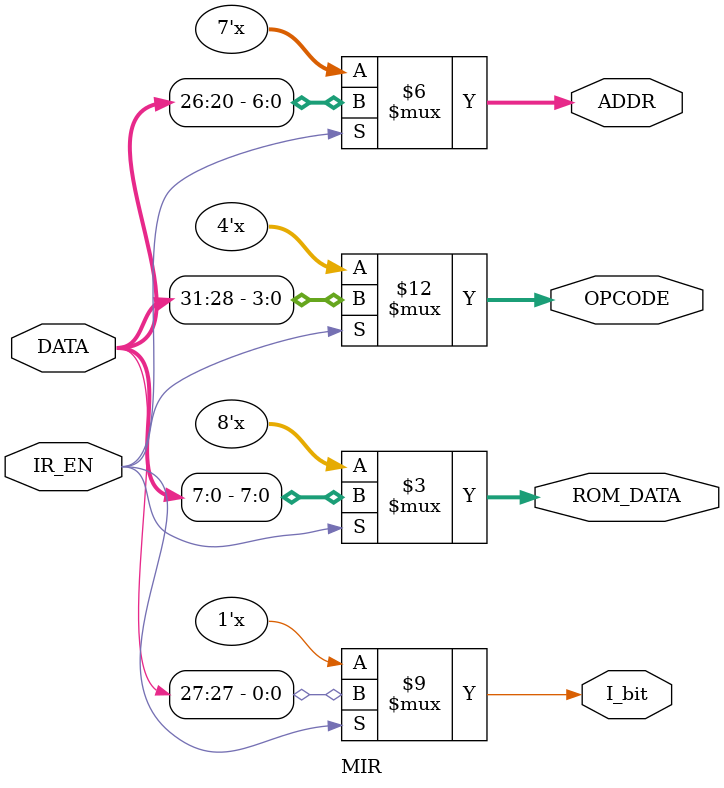
<source format=v>
`timescale 1ns / 1ps


module MIR(
    ROM_DATA, OPCODE, I_bit, ADDR, DATA, IR_EN
    );
    
    input IR_EN;
    input [31:0] DATA;
    output reg [3:0] OPCODE;
    output reg I_bit;
    output reg [6:0] ADDR;
    output reg [7:0] ROM_DATA;
    
    always @(DATA) begin
        if(IR_EN) begin
            OPCODE=DATA[31:28];
            I_bit=DATA[27];
            ADDR=DATA[26:20];
            ROM_DATA=DATA[7:0];    
        end
        else begin
            OPCODE=OPCODE;
            I_bit=I_bit;
            ADDR=ADDR;
            ROM_DATA=ROM_DATA;
        end
    end
endmodule

</source>
